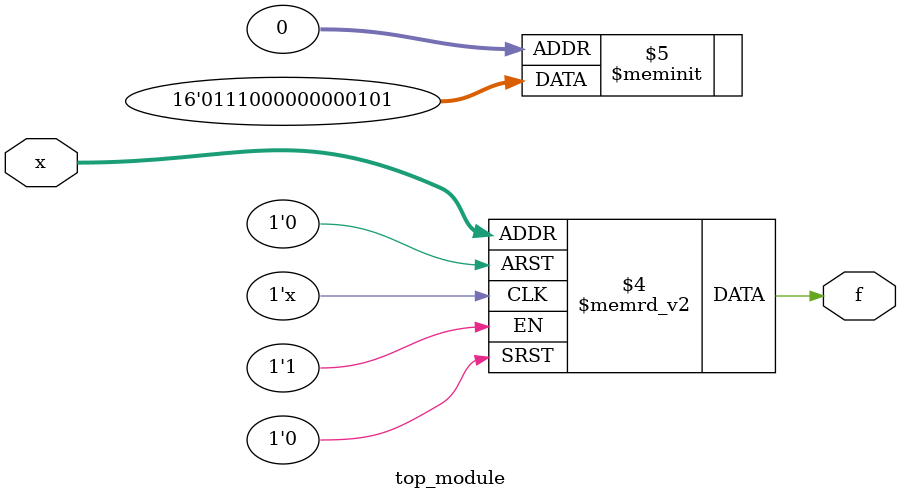
<source format=sv>
module top_module (
	input [4:1] x,
	output logic f
);

  always_comb begin
    case (x)
      4'b0000: f = 1;
      4'b0001: f = 0;
      4'b0011: f = 0;
      4'b0010: f = 1;
      4'b1100: f = 1;
      4'b1101: f = 1;
      4'b1111: f = 0;
      4'b1110: f = 1;
      default: f = 0;
    endcase
  end

endmodule

</source>
